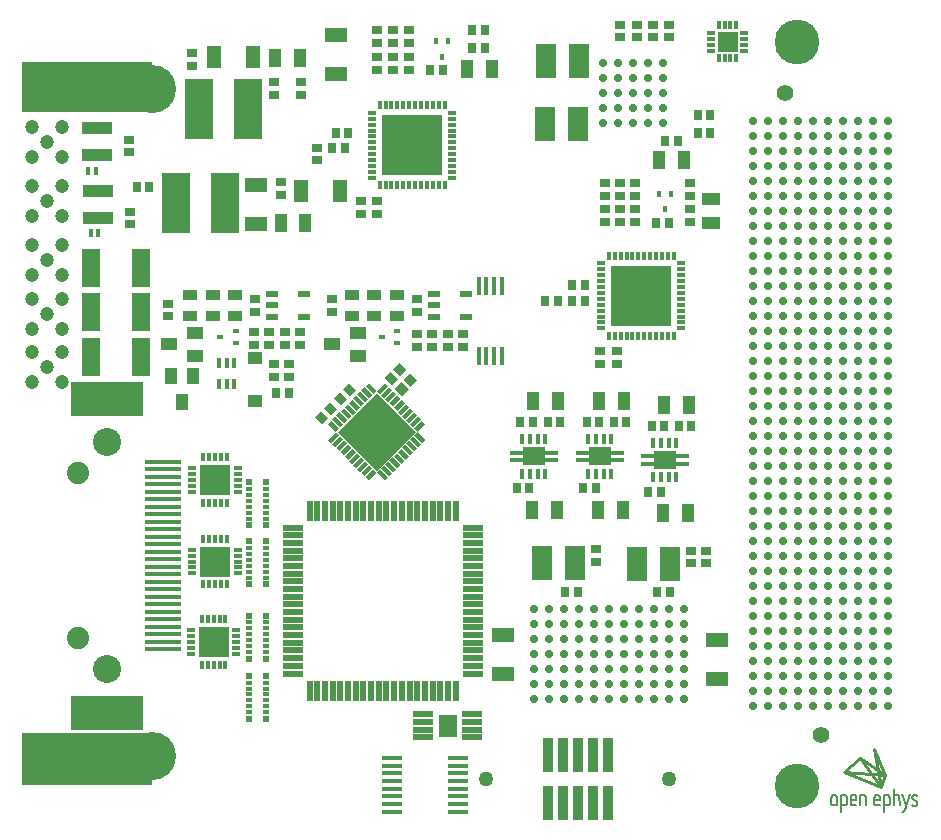
<source format=gts>
G75*
%MOIN*%
%OFA0B0*%
%FSLAX25Y25*%
%IPPOS*%
%LPD*%
%AMOC8*
5,1,8,0,0,1.08239X$1,22.5*
%
%ADD10C,0.04724*%
%ADD11R,0.06220X0.12913*%
%ADD12R,0.04515X0.03815*%
%ADD13R,0.03315X0.03015*%
%ADD14R,0.02295X0.01717*%
%ADD15R,0.04252X0.02480*%
%ADD16R,0.05115X0.03915*%
%ADD17R,0.03015X0.03315*%
%ADD18R,0.01685X0.06024*%
%ADD19R,0.05115X0.07715*%
%ADD20R,0.04115X0.06315*%
%ADD21R,0.10315X0.04315*%
%ADD22R,0.09567X0.20394*%
%ADD23R,0.01299X0.02677*%
%ADD24R,0.20394X0.20394*%
%ADD25R,0.02677X0.01299*%
%ADD26R,0.05827X0.04252*%
%ADD27R,0.04252X0.05827*%
%ADD28R,0.07715X0.05115*%
%ADD29C,0.02815*%
%ADD30R,0.06815X0.11315*%
%ADD31R,0.01717X0.02295*%
%ADD32R,0.01693X0.02677*%
%ADD33C,0.16063*%
%ADD34R,0.43307X0.17717*%
%ADD35R,0.43307X0.16732*%
%ADD36C,0.07402*%
%ADD37C,0.09370*%
%ADD38R,0.23937X0.11339*%
%ADD39R,0.12126X0.01634*%
%ADD40R,0.06855X0.02015*%
%ADD41R,0.02015X0.06855*%
%ADD42R,0.01693X0.03661*%
%ADD43C,0.02795*%
%ADD44R,0.02283X0.01299*%
%ADD45R,0.02283X0.01988*%
%ADD46R,0.07205X0.06220*%
%ADD47R,0.05059X0.01417*%
%ADD48R,0.01496X0.03680*%
%ADD49R,0.18425X0.18425*%
%ADD50C,0.14915*%
%ADD51C,0.05515*%
%ADD52R,0.01515X0.03115*%
%ADD53R,0.03115X0.01515*%
%ADD54R,0.06815X0.06815*%
%ADD55R,0.03015X0.01470*%
%ADD56R,0.01470X0.03015*%
%ADD57R,0.10157X0.10157*%
%ADD58R,0.06315X0.04115*%
%ADD59R,0.03228X0.11339*%
%ADD60C,0.05000*%
%ADD61R,0.06614X0.01496*%
%ADD62R,0.06614X0.01890*%
%ADD63R,0.06496X0.07756*%
%ADD64C,0.01083*%
%ADD65C,0.00709*%
D10*
X0049543Y0187339D03*
X0054543Y0192339D03*
X0049543Y0197339D03*
X0049543Y0205055D03*
X0054543Y0210055D03*
X0049543Y0215055D03*
X0059543Y0215055D03*
X0059543Y0222772D03*
X0054543Y0227772D03*
X0049543Y0232772D03*
X0059543Y0232772D03*
X0049543Y0222772D03*
X0049543Y0242457D03*
X0054543Y0247457D03*
X0049543Y0252457D03*
X0059543Y0252457D03*
X0059543Y0262142D03*
X0054543Y0267142D03*
X0049543Y0272142D03*
X0059543Y0272142D03*
X0049543Y0262142D03*
X0059543Y0242457D03*
X0059543Y0205055D03*
X0059543Y0197339D03*
X0059543Y0187339D03*
D11*
X0069110Y0195488D03*
X0085646Y0195488D03*
X0085646Y0210449D03*
X0085646Y0225409D03*
X0069110Y0225409D03*
X0069110Y0210449D03*
D12*
X0102181Y0209411D03*
X0102181Y0216211D03*
X0109661Y0216211D03*
X0109661Y0209411D03*
X0117142Y0209411D03*
X0117142Y0216211D03*
X0156118Y0216211D03*
X0163598Y0216211D03*
X0163598Y0209411D03*
X0156118Y0209411D03*
X0171079Y0209411D03*
X0171079Y0216211D03*
D13*
X0177772Y0214911D03*
X0177772Y0210711D03*
X0177772Y0203100D03*
X0177772Y0198900D03*
X0182890Y0198900D03*
X0188008Y0198900D03*
X0193126Y0198900D03*
X0193126Y0203100D03*
X0188008Y0203100D03*
X0182890Y0203100D03*
X0149425Y0210711D03*
X0149425Y0214911D03*
X0138795Y0203887D03*
X0138795Y0199687D03*
X0133677Y0199687D03*
X0133677Y0203887D03*
X0128559Y0203887D03*
X0128559Y0199687D03*
X0123441Y0199687D03*
X0123441Y0203887D03*
X0123835Y0210711D03*
X0123835Y0214911D03*
X0130134Y0193257D03*
X0130134Y0189057D03*
X0135252Y0189057D03*
X0135252Y0193257D03*
X0094701Y0209136D03*
X0094701Y0213336D03*
X0082102Y0239845D03*
X0082102Y0244045D03*
X0081709Y0263861D03*
X0081709Y0268061D03*
X0102969Y0292601D03*
X0102969Y0296801D03*
X0130239Y0287160D03*
X0130239Y0282960D03*
X0138987Y0282962D03*
X0138987Y0287162D03*
X0164343Y0291261D03*
X0164343Y0295461D03*
X0164343Y0300261D03*
X0169662Y0300261D03*
X0169662Y0295461D03*
X0169662Y0291261D03*
X0175087Y0291261D03*
X0175087Y0295461D03*
X0175087Y0300261D03*
X0175087Y0304461D03*
X0169662Y0304461D03*
X0164343Y0304461D03*
X0144307Y0265305D03*
X0144307Y0261105D03*
X0132496Y0253887D03*
X0132496Y0249687D03*
X0159268Y0247588D03*
X0159268Y0243388D03*
X0164386Y0243388D03*
X0164386Y0247588D03*
X0238795Y0197588D03*
X0238795Y0193388D03*
X0244307Y0193388D03*
X0244307Y0197588D03*
X0245488Y0240632D03*
X0245488Y0244832D03*
X0245488Y0249294D03*
X0240370Y0249294D03*
X0240370Y0244832D03*
X0240370Y0240632D03*
X0250606Y0240632D03*
X0250606Y0244832D03*
X0250606Y0249294D03*
X0250606Y0253494D03*
X0245488Y0253494D03*
X0240370Y0253494D03*
X0268717Y0253494D03*
X0268717Y0249294D03*
X0268717Y0244832D03*
X0268717Y0240632D03*
X0261832Y0302141D03*
X0261832Y0306341D03*
X0256419Y0306341D03*
X0256419Y0302141D03*
X0251005Y0302141D03*
X0251005Y0306341D03*
X0245592Y0306341D03*
X0245592Y0302141D03*
X0237614Y0131446D03*
X0237614Y0127246D03*
X0269110Y0126853D03*
X0269110Y0131053D03*
X0274228Y0131053D03*
X0274228Y0126853D03*
D14*
X0171278Y0200181D03*
X0171278Y0204181D03*
X0166155Y0202181D03*
X0117341Y0200181D03*
X0117341Y0204181D03*
X0112218Y0202181D03*
D15*
X0129543Y0209071D03*
X0129543Y0212811D03*
X0129543Y0216551D03*
X0140173Y0216551D03*
X0140173Y0209071D03*
X0183480Y0209071D03*
X0183480Y0212811D03*
X0183480Y0216551D03*
X0194110Y0216551D03*
X0194110Y0209071D03*
D16*
X0123835Y0195094D03*
X0123835Y0180921D03*
D17*
X0130790Y0183677D03*
X0134990Y0183677D03*
G36*
X0148209Y0175393D02*
X0146078Y0173262D01*
X0143735Y0175605D01*
X0145866Y0177736D01*
X0148209Y0175393D01*
G37*
G36*
X0151179Y0178363D02*
X0149048Y0176232D01*
X0146705Y0178575D01*
X0148836Y0180706D01*
X0151179Y0178363D01*
G37*
G36*
X0150034Y0181905D02*
X0152165Y0184036D01*
X0154508Y0181693D01*
X0152377Y0179562D01*
X0150034Y0181905D01*
G37*
G36*
X0153004Y0184874D02*
X0155135Y0187005D01*
X0157478Y0184662D01*
X0155347Y0182531D01*
X0153004Y0184874D01*
G37*
G36*
X0171437Y0188385D02*
X0169306Y0186254D01*
X0166963Y0188597D01*
X0169094Y0190728D01*
X0171437Y0188385D01*
G37*
G36*
X0174407Y0191355D02*
X0172276Y0189224D01*
X0169933Y0191567D01*
X0172064Y0193698D01*
X0174407Y0191355D01*
G37*
G36*
X0177950Y0187812D02*
X0175819Y0185681D01*
X0173476Y0188024D01*
X0175607Y0190155D01*
X0177950Y0187812D01*
G37*
G36*
X0174980Y0184842D02*
X0172849Y0182711D01*
X0170506Y0185054D01*
X0172637Y0187185D01*
X0174980Y0184842D01*
G37*
X0212286Y0173835D03*
X0216486Y0173835D03*
X0221341Y0173835D03*
X0225541Y0173835D03*
X0234333Y0173835D03*
X0238533Y0173835D03*
X0243388Y0173835D03*
X0247588Y0173835D03*
X0255987Y0172654D03*
X0260187Y0172654D03*
X0265042Y0172654D03*
X0269242Y0172654D03*
X0259006Y0150606D03*
X0254806Y0150606D03*
X0237352Y0151787D03*
X0233152Y0151787D03*
X0215305Y0151787D03*
X0211105Y0151787D03*
X0227246Y0117142D03*
X0231446Y0117142D03*
X0257955Y0117142D03*
X0262155Y0117142D03*
X0233809Y0214386D03*
X0229609Y0214386D03*
X0224754Y0214386D03*
X0220554Y0214386D03*
X0229609Y0219504D03*
X0233809Y0219504D03*
X0257561Y0240370D03*
X0261761Y0240370D03*
X0260519Y0267725D03*
X0264719Y0267725D03*
X0271341Y0270291D03*
X0275541Y0270291D03*
X0275541Y0276197D03*
X0271341Y0276197D03*
X0200344Y0298638D03*
X0196144Y0298638D03*
X0196144Y0304543D03*
X0200344Y0304543D03*
X0186466Y0291354D03*
X0182266Y0291354D03*
X0154958Y0270096D03*
X0150758Y0270096D03*
X0149577Y0265175D03*
X0153777Y0265175D03*
X0088533Y0252181D03*
X0084333Y0252181D03*
D18*
X0198350Y0219307D03*
X0200909Y0219307D03*
X0203469Y0219307D03*
X0206028Y0219307D03*
X0206028Y0196079D03*
X0203469Y0196079D03*
X0200909Y0196079D03*
X0198350Y0196079D03*
D19*
X0151988Y0251000D03*
X0138988Y0251000D03*
X0123248Y0295488D03*
X0110248Y0295488D03*
D20*
X0130470Y0295198D03*
X0138670Y0295198D03*
X0194538Y0291453D03*
X0202738Y0291453D03*
X0258519Y0261229D03*
X0266719Y0261229D03*
X0268486Y0179740D03*
X0260286Y0179740D03*
X0246832Y0180921D03*
X0238632Y0180921D03*
X0224785Y0180921D03*
X0216585Y0180921D03*
X0216191Y0144701D03*
X0224391Y0144701D03*
X0238239Y0144701D03*
X0246439Y0144701D03*
X0259892Y0143520D03*
X0268092Y0143520D03*
X0140533Y0240370D03*
X0132333Y0240370D03*
D21*
X0071472Y0241776D03*
X0071472Y0250776D03*
X0071079Y0263035D03*
X0071079Y0272035D03*
D22*
X0105035Y0278165D03*
X0121374Y0278165D03*
X0113894Y0247063D03*
X0097555Y0247063D03*
D23*
X0165363Y0252766D03*
X0167331Y0252766D03*
X0169300Y0252766D03*
X0171268Y0252766D03*
X0173237Y0252766D03*
X0175205Y0252766D03*
X0177174Y0252766D03*
X0179142Y0252766D03*
X0181111Y0252766D03*
X0183080Y0252766D03*
X0185048Y0252766D03*
X0187017Y0252766D03*
X0187017Y0279538D03*
X0185048Y0279538D03*
X0183080Y0279538D03*
X0181111Y0279538D03*
X0179142Y0279538D03*
X0177174Y0279538D03*
X0175205Y0279538D03*
X0173237Y0279538D03*
X0171268Y0279538D03*
X0169300Y0279538D03*
X0167331Y0279538D03*
X0165363Y0279538D03*
X0241748Y0229346D03*
X0243717Y0229346D03*
X0245685Y0229346D03*
X0247654Y0229346D03*
X0249622Y0229346D03*
X0251591Y0229346D03*
X0253559Y0229346D03*
X0255528Y0229346D03*
X0257496Y0229346D03*
X0259465Y0229346D03*
X0261433Y0229346D03*
X0263402Y0229346D03*
X0263402Y0202575D03*
X0261433Y0202575D03*
X0259465Y0202575D03*
X0257496Y0202575D03*
X0255528Y0202575D03*
X0253559Y0202575D03*
X0251591Y0202575D03*
X0249622Y0202575D03*
X0247654Y0202575D03*
X0245685Y0202575D03*
X0243717Y0202575D03*
X0241748Y0202575D03*
D24*
X0252575Y0215961D03*
X0176190Y0266152D03*
D25*
X0189576Y0265168D03*
X0189576Y0263200D03*
X0189576Y0261231D03*
X0189576Y0259263D03*
X0189576Y0257294D03*
X0189576Y0255326D03*
X0189576Y0267137D03*
X0189576Y0269105D03*
X0189576Y0271074D03*
X0189576Y0273042D03*
X0189576Y0275011D03*
X0189576Y0276979D03*
X0162804Y0276979D03*
X0162804Y0275011D03*
X0162804Y0273042D03*
X0162804Y0271074D03*
X0162804Y0269105D03*
X0162804Y0267137D03*
X0162804Y0265168D03*
X0162804Y0263200D03*
X0162804Y0261231D03*
X0162804Y0259263D03*
X0162804Y0257294D03*
X0162804Y0255326D03*
X0239189Y0226787D03*
X0239189Y0224819D03*
X0239189Y0222850D03*
X0239189Y0220882D03*
X0239189Y0218913D03*
X0239189Y0216945D03*
X0239189Y0214976D03*
X0239189Y0213008D03*
X0239189Y0211039D03*
X0239189Y0209071D03*
X0239189Y0207102D03*
X0239189Y0205134D03*
X0265961Y0205134D03*
X0265961Y0207102D03*
X0265961Y0209071D03*
X0265961Y0211039D03*
X0265961Y0213008D03*
X0265961Y0214976D03*
X0265961Y0216945D03*
X0265961Y0218913D03*
X0265961Y0220882D03*
X0265961Y0222850D03*
X0265961Y0224819D03*
X0265961Y0226787D03*
D26*
X0158087Y0203559D03*
X0158087Y0196079D03*
X0149425Y0199819D03*
X0103756Y0203559D03*
X0103756Y0196079D03*
X0095094Y0199819D03*
D27*
X0095685Y0189091D03*
X0103165Y0189091D03*
X0099425Y0180429D03*
D28*
X0124228Y0239776D03*
X0124228Y0252776D03*
X0150896Y0289980D03*
X0150896Y0302980D03*
X0206512Y0102776D03*
X0206512Y0089776D03*
X0277772Y0088201D03*
X0277772Y0101201D03*
D29*
X0289917Y0099091D03*
X0289917Y0104091D03*
X0294917Y0104091D03*
X0294917Y0099091D03*
X0299917Y0099091D03*
X0299917Y0104091D03*
X0304917Y0104091D03*
X0309917Y0104091D03*
X0314917Y0104091D03*
X0319917Y0104091D03*
X0324917Y0104091D03*
X0329917Y0104091D03*
X0334917Y0104091D03*
X0334917Y0099091D03*
X0329917Y0099091D03*
X0324917Y0099091D03*
X0319917Y0099091D03*
X0314917Y0099091D03*
X0309917Y0099091D03*
X0304917Y0099091D03*
X0304917Y0094091D03*
X0299917Y0094091D03*
X0299917Y0089091D03*
X0304917Y0089091D03*
X0309917Y0089091D03*
X0309917Y0094091D03*
X0314917Y0094091D03*
X0319917Y0094091D03*
X0324917Y0094091D03*
X0329917Y0094091D03*
X0334917Y0094091D03*
X0334917Y0089091D03*
X0329917Y0089091D03*
X0324917Y0089091D03*
X0319917Y0089091D03*
X0314917Y0089091D03*
X0314917Y0084091D03*
X0309917Y0084091D03*
X0304917Y0084091D03*
X0299917Y0084091D03*
X0299917Y0079091D03*
X0304917Y0079091D03*
X0309917Y0079091D03*
X0314917Y0079091D03*
X0319917Y0079091D03*
X0319917Y0084091D03*
X0324917Y0084091D03*
X0329917Y0084091D03*
X0334917Y0084091D03*
X0334917Y0079091D03*
X0329917Y0079091D03*
X0324917Y0079091D03*
X0294917Y0079091D03*
X0294917Y0084091D03*
X0289917Y0084091D03*
X0289917Y0079091D03*
X0289917Y0089091D03*
X0289917Y0094091D03*
X0294917Y0094091D03*
X0294917Y0089091D03*
X0294917Y0109091D03*
X0294917Y0114091D03*
X0289917Y0114091D03*
X0289917Y0109091D03*
X0289917Y0119091D03*
X0289917Y0124091D03*
X0294917Y0124091D03*
X0294917Y0119091D03*
X0299917Y0119091D03*
X0299917Y0124091D03*
X0304917Y0124091D03*
X0309917Y0124091D03*
X0314917Y0124091D03*
X0319917Y0124091D03*
X0324917Y0124091D03*
X0329917Y0124091D03*
X0334917Y0124091D03*
X0334917Y0119091D03*
X0329917Y0119091D03*
X0324917Y0119091D03*
X0319917Y0119091D03*
X0314917Y0119091D03*
X0309917Y0119091D03*
X0304917Y0119091D03*
X0304917Y0114091D03*
X0299917Y0114091D03*
X0299917Y0109091D03*
X0304917Y0109091D03*
X0309917Y0109091D03*
X0309917Y0114091D03*
X0314917Y0114091D03*
X0319917Y0114091D03*
X0324917Y0114091D03*
X0329917Y0114091D03*
X0334917Y0114091D03*
X0334917Y0109091D03*
X0329917Y0109091D03*
X0324917Y0109091D03*
X0319917Y0109091D03*
X0314917Y0109091D03*
X0314917Y0129091D03*
X0314917Y0134091D03*
X0309917Y0134091D03*
X0304917Y0134091D03*
X0299917Y0134091D03*
X0299917Y0129091D03*
X0304917Y0129091D03*
X0309917Y0129091D03*
X0319917Y0129091D03*
X0319917Y0134091D03*
X0324917Y0134091D03*
X0329917Y0134091D03*
X0334917Y0134091D03*
X0334917Y0129091D03*
X0329917Y0129091D03*
X0324917Y0129091D03*
X0324917Y0139091D03*
X0324917Y0144091D03*
X0319917Y0144091D03*
X0314917Y0144091D03*
X0309917Y0144091D03*
X0304917Y0144091D03*
X0299917Y0144091D03*
X0299917Y0139091D03*
X0304917Y0139091D03*
X0309917Y0139091D03*
X0314917Y0139091D03*
X0319917Y0139091D03*
X0329917Y0139091D03*
X0329917Y0144091D03*
X0334917Y0144091D03*
X0334917Y0139091D03*
X0334917Y0149091D03*
X0334917Y0154091D03*
X0329917Y0154091D03*
X0324917Y0154091D03*
X0319917Y0154091D03*
X0314917Y0154091D03*
X0309917Y0154091D03*
X0304917Y0154091D03*
X0299917Y0154091D03*
X0299917Y0149091D03*
X0304917Y0149091D03*
X0309917Y0149091D03*
X0314917Y0149091D03*
X0319917Y0149091D03*
X0324917Y0149091D03*
X0329917Y0149091D03*
X0329917Y0159091D03*
X0329917Y0164091D03*
X0324917Y0164091D03*
X0319917Y0164091D03*
X0314917Y0164091D03*
X0309917Y0164091D03*
X0304917Y0164091D03*
X0299917Y0164091D03*
X0299917Y0159091D03*
X0304917Y0159091D03*
X0309917Y0159091D03*
X0314917Y0159091D03*
X0319917Y0159091D03*
X0324917Y0159091D03*
X0334917Y0159091D03*
X0334917Y0164091D03*
X0334917Y0169091D03*
X0334917Y0174091D03*
X0329917Y0174091D03*
X0324917Y0174091D03*
X0319917Y0174091D03*
X0314917Y0174091D03*
X0309917Y0174091D03*
X0304917Y0174091D03*
X0299917Y0174091D03*
X0299917Y0169091D03*
X0304917Y0169091D03*
X0309917Y0169091D03*
X0314917Y0169091D03*
X0319917Y0169091D03*
X0324917Y0169091D03*
X0329917Y0169091D03*
X0329917Y0179091D03*
X0329917Y0184091D03*
X0324917Y0184091D03*
X0319917Y0184091D03*
X0314917Y0184091D03*
X0309917Y0184091D03*
X0304917Y0184091D03*
X0299917Y0184091D03*
X0299917Y0179091D03*
X0304917Y0179091D03*
X0309917Y0179091D03*
X0314917Y0179091D03*
X0319917Y0179091D03*
X0324917Y0179091D03*
X0334917Y0179091D03*
X0334917Y0184091D03*
X0334917Y0189091D03*
X0334917Y0194091D03*
X0329917Y0194091D03*
X0324917Y0194091D03*
X0319917Y0194091D03*
X0314917Y0194091D03*
X0309917Y0194091D03*
X0304917Y0194091D03*
X0299917Y0194091D03*
X0299917Y0189091D03*
X0304917Y0189091D03*
X0309917Y0189091D03*
X0314917Y0189091D03*
X0319917Y0189091D03*
X0324917Y0189091D03*
X0329917Y0189091D03*
X0329917Y0199091D03*
X0329917Y0204091D03*
X0329917Y0209091D03*
X0324917Y0209091D03*
X0319917Y0209091D03*
X0314917Y0209091D03*
X0309917Y0209091D03*
X0304917Y0209091D03*
X0299917Y0209091D03*
X0299917Y0204091D03*
X0304917Y0204091D03*
X0309917Y0204091D03*
X0314917Y0204091D03*
X0319917Y0204091D03*
X0324917Y0204091D03*
X0324917Y0199091D03*
X0319917Y0199091D03*
X0314917Y0199091D03*
X0309917Y0199091D03*
X0304917Y0199091D03*
X0299917Y0199091D03*
X0294917Y0199091D03*
X0294917Y0204091D03*
X0294917Y0209091D03*
X0289917Y0209091D03*
X0289917Y0204091D03*
X0289917Y0199091D03*
X0289917Y0194091D03*
X0294917Y0194091D03*
X0294917Y0189091D03*
X0289917Y0189091D03*
X0289917Y0184091D03*
X0294917Y0184091D03*
X0294917Y0179091D03*
X0289917Y0179091D03*
X0289917Y0174091D03*
X0294917Y0174091D03*
X0294917Y0169091D03*
X0289917Y0169091D03*
X0289917Y0164091D03*
X0294917Y0164091D03*
X0294917Y0159091D03*
X0289917Y0159091D03*
X0289917Y0154091D03*
X0294917Y0154091D03*
X0294917Y0149091D03*
X0289917Y0149091D03*
X0289917Y0144091D03*
X0294917Y0144091D03*
X0294917Y0139091D03*
X0289917Y0139091D03*
X0289917Y0134091D03*
X0294917Y0134091D03*
X0294917Y0129091D03*
X0289917Y0129091D03*
X0334917Y0199091D03*
X0334917Y0204091D03*
X0334917Y0209091D03*
X0334917Y0214091D03*
X0334917Y0219091D03*
X0329917Y0219091D03*
X0324917Y0219091D03*
X0319917Y0219091D03*
X0314917Y0219091D03*
X0309917Y0219091D03*
X0304917Y0219091D03*
X0299917Y0219091D03*
X0299917Y0214091D03*
X0304917Y0214091D03*
X0309917Y0214091D03*
X0314917Y0214091D03*
X0319917Y0214091D03*
X0324917Y0214091D03*
X0329917Y0214091D03*
X0329917Y0224091D03*
X0329917Y0229091D03*
X0324917Y0229091D03*
X0319917Y0229091D03*
X0314917Y0229091D03*
X0309917Y0229091D03*
X0304917Y0229091D03*
X0299917Y0229091D03*
X0299917Y0224091D03*
X0304917Y0224091D03*
X0309917Y0224091D03*
X0314917Y0224091D03*
X0319917Y0224091D03*
X0324917Y0224091D03*
X0334917Y0224091D03*
X0334917Y0229091D03*
X0334917Y0234091D03*
X0334917Y0239091D03*
X0329917Y0239091D03*
X0324917Y0239091D03*
X0319917Y0239091D03*
X0314917Y0239091D03*
X0309917Y0239091D03*
X0304917Y0239091D03*
X0299917Y0239091D03*
X0299917Y0234091D03*
X0304917Y0234091D03*
X0309917Y0234091D03*
X0314917Y0234091D03*
X0319917Y0234091D03*
X0324917Y0234091D03*
X0329917Y0234091D03*
X0329917Y0244091D03*
X0329917Y0249091D03*
X0324917Y0249091D03*
X0319917Y0249091D03*
X0314917Y0249091D03*
X0309917Y0249091D03*
X0304917Y0249091D03*
X0299917Y0249091D03*
X0299917Y0244091D03*
X0304917Y0244091D03*
X0309917Y0244091D03*
X0314917Y0244091D03*
X0319917Y0244091D03*
X0324917Y0244091D03*
X0334917Y0244091D03*
X0334917Y0249091D03*
X0334917Y0254091D03*
X0334917Y0259091D03*
X0329917Y0259091D03*
X0324917Y0259091D03*
X0319917Y0259091D03*
X0314917Y0259091D03*
X0309917Y0259091D03*
X0304917Y0259091D03*
X0299917Y0259091D03*
X0299917Y0254091D03*
X0304917Y0254091D03*
X0309917Y0254091D03*
X0314917Y0254091D03*
X0319917Y0254091D03*
X0324917Y0254091D03*
X0329917Y0254091D03*
X0329917Y0264091D03*
X0329917Y0269091D03*
X0324917Y0269091D03*
X0319917Y0269091D03*
X0314917Y0269091D03*
X0309917Y0269091D03*
X0304917Y0269091D03*
X0299917Y0269091D03*
X0299917Y0264091D03*
X0304917Y0264091D03*
X0309917Y0264091D03*
X0314917Y0264091D03*
X0319917Y0264091D03*
X0324917Y0264091D03*
X0334917Y0264091D03*
X0334917Y0269091D03*
X0334917Y0274091D03*
X0329917Y0274091D03*
X0324917Y0274091D03*
X0319917Y0274091D03*
X0314917Y0274091D03*
X0309917Y0274091D03*
X0304917Y0274091D03*
X0299917Y0274091D03*
X0294917Y0274091D03*
X0289917Y0274091D03*
X0289917Y0269091D03*
X0294917Y0269091D03*
X0294917Y0264091D03*
X0289917Y0264091D03*
X0289917Y0259091D03*
X0294917Y0259091D03*
X0294917Y0254091D03*
X0289917Y0254091D03*
X0289917Y0249091D03*
X0294917Y0249091D03*
X0294917Y0244091D03*
X0289917Y0244091D03*
X0289917Y0239091D03*
X0294917Y0239091D03*
X0294917Y0234091D03*
X0289917Y0234091D03*
X0289917Y0229091D03*
X0294917Y0229091D03*
X0294917Y0224091D03*
X0289917Y0224091D03*
X0289917Y0219091D03*
X0294917Y0219091D03*
X0294917Y0214091D03*
X0289917Y0214091D03*
X0259824Y0273572D03*
X0259824Y0278572D03*
X0254824Y0278572D03*
X0249824Y0278572D03*
X0244824Y0278572D03*
X0239824Y0278572D03*
X0239824Y0273572D03*
X0244824Y0273572D03*
X0249824Y0273572D03*
X0254824Y0273572D03*
X0254824Y0283572D03*
X0254824Y0288572D03*
X0249824Y0288572D03*
X0244824Y0288572D03*
X0239824Y0288572D03*
X0239824Y0283572D03*
X0244824Y0283572D03*
X0249824Y0283572D03*
X0259824Y0283572D03*
X0259824Y0288572D03*
X0259824Y0293572D03*
X0254824Y0293572D03*
X0249824Y0293572D03*
X0244824Y0293572D03*
X0239824Y0293572D03*
D30*
X0231697Y0294307D03*
X0220697Y0294307D03*
X0220505Y0273139D03*
X0231505Y0273139D03*
X0230516Y0126984D03*
X0219516Y0126984D03*
X0251012Y0126591D03*
X0262012Y0126591D03*
D31*
X0260449Y0244896D03*
X0262449Y0250018D03*
X0258449Y0250018D03*
X0188039Y0300805D03*
X0184039Y0300805D03*
X0186039Y0295683D03*
D32*
X0070783Y0257693D03*
X0068224Y0257693D03*
X0069012Y0236827D03*
X0071571Y0236827D03*
D33*
X0089583Y0285055D03*
X0089583Y0062417D03*
D34*
X0067929Y0061433D03*
D35*
X0067929Y0285547D03*
D36*
X0064780Y0156906D03*
X0064780Y0101787D03*
D37*
X0074622Y0091551D03*
X0074622Y0167142D03*
D38*
X0074622Y0181709D03*
X0074622Y0076984D03*
D39*
X0093126Y0098096D03*
X0093126Y0100596D03*
X0093126Y0103096D03*
X0093126Y0105596D03*
X0093126Y0108096D03*
X0093126Y0110596D03*
X0093126Y0113096D03*
X0093126Y0115596D03*
X0093126Y0118096D03*
X0093126Y0120596D03*
X0093126Y0123096D03*
X0093126Y0125596D03*
X0093126Y0128096D03*
X0093126Y0130596D03*
X0093126Y0133096D03*
X0093126Y0135596D03*
X0093126Y0138096D03*
X0093126Y0140596D03*
X0093126Y0143096D03*
X0093126Y0145596D03*
X0093126Y0148096D03*
X0093126Y0150596D03*
X0093126Y0153096D03*
X0093126Y0155596D03*
X0093126Y0158096D03*
X0093126Y0160596D03*
D40*
X0136335Y0138697D03*
X0136335Y0136138D03*
X0136335Y0133579D03*
X0136335Y0131020D03*
X0136335Y0128461D03*
X0136335Y0125902D03*
X0136335Y0123343D03*
X0136335Y0120783D03*
X0136335Y0118224D03*
X0136335Y0115665D03*
X0136335Y0113106D03*
X0136335Y0110547D03*
X0136335Y0107988D03*
X0136335Y0105429D03*
X0136335Y0102870D03*
X0136335Y0100311D03*
X0136335Y0097752D03*
X0136335Y0095193D03*
X0136335Y0092634D03*
X0136335Y0090075D03*
X0196374Y0090075D03*
X0196374Y0092634D03*
X0196374Y0095193D03*
X0196374Y0097752D03*
X0196374Y0100311D03*
X0196374Y0102870D03*
X0196374Y0105429D03*
X0196374Y0107988D03*
X0196374Y0110547D03*
X0196374Y0113106D03*
X0196374Y0115665D03*
X0196374Y0118224D03*
X0196374Y0120783D03*
X0196374Y0123343D03*
X0196374Y0125902D03*
X0196374Y0128461D03*
X0196374Y0131020D03*
X0196374Y0133579D03*
X0196374Y0136138D03*
X0196374Y0138697D03*
D41*
X0190665Y0144406D03*
X0188106Y0144406D03*
X0185547Y0144406D03*
X0182988Y0144406D03*
X0180429Y0144406D03*
X0177870Y0144406D03*
X0175311Y0144406D03*
X0172752Y0144406D03*
X0170193Y0144406D03*
X0167634Y0144406D03*
X0165075Y0144406D03*
X0162516Y0144406D03*
X0159957Y0144406D03*
X0157398Y0144406D03*
X0154839Y0144406D03*
X0152280Y0144406D03*
X0149720Y0144406D03*
X0147161Y0144406D03*
X0144602Y0144406D03*
X0142043Y0144406D03*
X0142043Y0084366D03*
X0144602Y0084366D03*
X0147161Y0084366D03*
X0149720Y0084366D03*
X0152280Y0084366D03*
X0154839Y0084366D03*
X0157398Y0084366D03*
X0159957Y0084366D03*
X0162516Y0084366D03*
X0165075Y0084366D03*
X0167634Y0084366D03*
X0170193Y0084366D03*
X0172752Y0084366D03*
X0175311Y0084366D03*
X0177870Y0084366D03*
X0180429Y0084366D03*
X0182988Y0084366D03*
X0185547Y0084366D03*
X0188106Y0084366D03*
X0190665Y0084366D03*
D42*
X0212909Y0156610D03*
X0215469Y0156610D03*
X0218028Y0156610D03*
X0220587Y0156610D03*
X0220587Y0168224D03*
X0218028Y0168224D03*
X0215469Y0168224D03*
X0212909Y0168224D03*
X0234957Y0168224D03*
X0237516Y0168224D03*
X0240075Y0168224D03*
X0242634Y0168224D03*
X0242634Y0156610D03*
X0240075Y0156610D03*
X0237516Y0156610D03*
X0234957Y0156610D03*
X0256610Y0155429D03*
X0259169Y0155429D03*
X0261728Y0155429D03*
X0264287Y0155429D03*
X0264287Y0167043D03*
X0261728Y0167043D03*
X0259169Y0167043D03*
X0256610Y0167043D03*
X0116945Y0186433D03*
X0114386Y0186433D03*
X0111827Y0186433D03*
X0111827Y0193520D03*
X0114386Y0193520D03*
X0116945Y0193520D03*
D43*
X0216945Y0111669D03*
X0221945Y0111669D03*
X0226945Y0111669D03*
X0231945Y0111669D03*
X0236945Y0111669D03*
X0241945Y0111669D03*
X0246945Y0111669D03*
X0251945Y0111669D03*
X0256945Y0111669D03*
X0261945Y0111669D03*
X0266945Y0111669D03*
X0266945Y0106669D03*
X0266945Y0101669D03*
X0261945Y0101669D03*
X0256945Y0101669D03*
X0251945Y0101669D03*
X0246945Y0101669D03*
X0241945Y0101669D03*
X0236945Y0101669D03*
X0231945Y0101669D03*
X0226945Y0101669D03*
X0221945Y0101669D03*
X0216945Y0101669D03*
X0216945Y0106669D03*
X0221945Y0106669D03*
X0226945Y0106669D03*
X0231945Y0106669D03*
X0236945Y0106669D03*
X0241945Y0106669D03*
X0246945Y0106669D03*
X0251945Y0106669D03*
X0256945Y0106669D03*
X0261945Y0106669D03*
X0261945Y0096669D03*
X0261945Y0091669D03*
X0266945Y0091669D03*
X0266945Y0096669D03*
X0256945Y0096669D03*
X0256945Y0091669D03*
X0251945Y0091669D03*
X0246945Y0091669D03*
X0241945Y0091669D03*
X0236945Y0091669D03*
X0231945Y0091669D03*
X0226945Y0091669D03*
X0221945Y0091669D03*
X0216945Y0091669D03*
X0216945Y0096669D03*
X0221945Y0096669D03*
X0226945Y0096669D03*
X0231945Y0096669D03*
X0236945Y0096669D03*
X0241945Y0096669D03*
X0246945Y0096669D03*
X0251945Y0096669D03*
X0251945Y0086669D03*
X0251945Y0081669D03*
X0256945Y0081669D03*
X0261945Y0081669D03*
X0266945Y0081669D03*
X0266945Y0086669D03*
X0261945Y0086669D03*
X0256945Y0086669D03*
X0246945Y0086669D03*
X0246945Y0081669D03*
X0241945Y0081669D03*
X0236945Y0081669D03*
X0231945Y0081669D03*
X0226945Y0081669D03*
X0221945Y0081669D03*
X0216945Y0081669D03*
X0216945Y0086669D03*
X0221945Y0086669D03*
X0226945Y0086669D03*
X0231945Y0086669D03*
X0236945Y0086669D03*
X0241945Y0086669D03*
D44*
X0127575Y0087024D03*
X0127575Y0085055D03*
X0127575Y0083087D03*
X0127575Y0081118D03*
X0127575Y0079150D03*
X0127575Y0077181D03*
X0121669Y0077181D03*
X0121669Y0079150D03*
X0121669Y0081118D03*
X0121669Y0083087D03*
X0121669Y0085055D03*
X0121669Y0087024D03*
X0121669Y0097260D03*
X0121669Y0099228D03*
X0121669Y0101197D03*
X0121669Y0103165D03*
X0121669Y0105134D03*
X0121669Y0107102D03*
X0127575Y0107102D03*
X0127575Y0105134D03*
X0127575Y0103165D03*
X0127575Y0101197D03*
X0127575Y0099228D03*
X0127575Y0097260D03*
X0127575Y0122063D03*
X0127575Y0124031D03*
X0127575Y0126000D03*
X0127575Y0127969D03*
X0127575Y0129937D03*
X0127575Y0131906D03*
X0121669Y0131906D03*
X0121669Y0129937D03*
X0121669Y0127969D03*
X0121669Y0126000D03*
X0121669Y0124031D03*
X0121669Y0122063D03*
X0121669Y0141748D03*
X0121669Y0143717D03*
X0121669Y0145685D03*
X0121669Y0147654D03*
X0121669Y0149622D03*
X0121669Y0151591D03*
X0127575Y0151591D03*
X0127575Y0149622D03*
X0127575Y0147654D03*
X0127575Y0145685D03*
X0127575Y0143717D03*
X0127575Y0141748D03*
D45*
X0127575Y0139435D03*
X0127575Y0134219D03*
X0121669Y0134219D03*
X0121669Y0139435D03*
X0121669Y0153904D03*
X0127575Y0153904D03*
X0127575Y0119750D03*
X0121669Y0119750D03*
X0121669Y0109415D03*
X0127575Y0109415D03*
X0127575Y0094947D03*
X0127575Y0089337D03*
X0121669Y0089337D03*
X0121669Y0094947D03*
X0121669Y0074868D03*
X0127575Y0074868D03*
D46*
X0216748Y0162417D03*
X0238795Y0162417D03*
X0260449Y0161236D03*
D47*
X0266157Y0159957D03*
X0266157Y0162516D03*
X0254740Y0162516D03*
X0254740Y0159957D03*
X0244504Y0161138D03*
X0244504Y0163697D03*
X0233087Y0163697D03*
X0233087Y0161138D03*
X0222457Y0161138D03*
X0222457Y0163697D03*
X0211039Y0163697D03*
X0211039Y0161138D03*
D48*
G36*
X0180628Y0168027D02*
X0179571Y0166970D01*
X0176970Y0169571D01*
X0178027Y0170628D01*
X0180628Y0168027D01*
G37*
G36*
X0179236Y0166635D02*
X0178179Y0165578D01*
X0175578Y0168179D01*
X0176635Y0169236D01*
X0179236Y0166635D01*
G37*
G36*
X0177844Y0165243D02*
X0176787Y0164186D01*
X0174186Y0166787D01*
X0175243Y0167844D01*
X0177844Y0165243D01*
G37*
G36*
X0176452Y0163851D02*
X0175395Y0162794D01*
X0172794Y0165395D01*
X0173851Y0166452D01*
X0176452Y0163851D01*
G37*
G36*
X0175060Y0162459D02*
X0174003Y0161402D01*
X0171402Y0164003D01*
X0172459Y0165060D01*
X0175060Y0162459D01*
G37*
G36*
X0173668Y0161068D02*
X0172611Y0160011D01*
X0170010Y0162612D01*
X0171067Y0163669D01*
X0173668Y0161068D01*
G37*
G36*
X0172276Y0159676D02*
X0171219Y0158619D01*
X0168618Y0161220D01*
X0169675Y0162277D01*
X0172276Y0159676D01*
G37*
G36*
X0170885Y0158284D02*
X0169828Y0157227D01*
X0167227Y0159828D01*
X0168284Y0160885D01*
X0170885Y0158284D01*
G37*
G36*
X0169493Y0156892D02*
X0168436Y0155835D01*
X0165835Y0158436D01*
X0166892Y0159493D01*
X0169493Y0156892D01*
G37*
G36*
X0168101Y0155500D02*
X0167044Y0154443D01*
X0164443Y0157044D01*
X0165500Y0158101D01*
X0168101Y0155500D01*
G37*
G36*
X0161728Y0154443D02*
X0160671Y0155500D01*
X0163272Y0158101D01*
X0164329Y0157044D01*
X0161728Y0154443D01*
G37*
G36*
X0160336Y0155835D02*
X0159279Y0156892D01*
X0161880Y0159493D01*
X0162937Y0158436D01*
X0160336Y0155835D01*
G37*
G36*
X0158944Y0157227D02*
X0157887Y0158284D01*
X0160488Y0160885D01*
X0161545Y0159828D01*
X0158944Y0157227D01*
G37*
G36*
X0157552Y0158619D02*
X0156495Y0159676D01*
X0159096Y0162277D01*
X0160153Y0161220D01*
X0157552Y0158619D01*
G37*
G36*
X0156160Y0160011D02*
X0155103Y0161068D01*
X0157704Y0163669D01*
X0158761Y0162612D01*
X0156160Y0160011D01*
G37*
G36*
X0154768Y0161402D02*
X0153711Y0162459D01*
X0156312Y0165060D01*
X0157369Y0164003D01*
X0154768Y0161402D01*
G37*
G36*
X0153376Y0162794D02*
X0152319Y0163851D01*
X0154920Y0166452D01*
X0155977Y0165395D01*
X0153376Y0162794D01*
G37*
G36*
X0151984Y0164186D02*
X0150927Y0165243D01*
X0153528Y0167844D01*
X0154585Y0166787D01*
X0151984Y0164186D01*
G37*
G36*
X0150592Y0165578D02*
X0149535Y0166635D01*
X0152136Y0169236D01*
X0153193Y0168179D01*
X0150592Y0165578D01*
G37*
G36*
X0149201Y0166970D02*
X0148144Y0168027D01*
X0150745Y0170628D01*
X0151802Y0169571D01*
X0149201Y0166970D01*
G37*
G36*
X0151802Y0171799D02*
X0150745Y0170742D01*
X0148144Y0173343D01*
X0149201Y0174400D01*
X0151802Y0171799D01*
G37*
G36*
X0153193Y0173191D02*
X0152136Y0172134D01*
X0149535Y0174735D01*
X0150592Y0175792D01*
X0153193Y0173191D01*
G37*
G36*
X0154585Y0174583D02*
X0153528Y0173526D01*
X0150927Y0176127D01*
X0151984Y0177184D01*
X0154585Y0174583D01*
G37*
G36*
X0155977Y0175975D02*
X0154920Y0174918D01*
X0152319Y0177519D01*
X0153376Y0178576D01*
X0155977Y0175975D01*
G37*
G36*
X0157369Y0177367D02*
X0156312Y0176310D01*
X0153711Y0178911D01*
X0154768Y0179968D01*
X0157369Y0177367D01*
G37*
G36*
X0158761Y0178759D02*
X0157704Y0177702D01*
X0155103Y0180303D01*
X0156160Y0181360D01*
X0158761Y0178759D01*
G37*
G36*
X0160153Y0180150D02*
X0159096Y0179093D01*
X0156495Y0181694D01*
X0157552Y0182751D01*
X0160153Y0180150D01*
G37*
G36*
X0161545Y0181542D02*
X0160488Y0180485D01*
X0157887Y0183086D01*
X0158944Y0184143D01*
X0161545Y0181542D01*
G37*
G36*
X0162937Y0182934D02*
X0161880Y0181877D01*
X0159279Y0184478D01*
X0160336Y0185535D01*
X0162937Y0182934D01*
G37*
G36*
X0164329Y0184326D02*
X0163272Y0183269D01*
X0160671Y0185870D01*
X0161728Y0186927D01*
X0164329Y0184326D01*
G37*
G36*
X0165500Y0183269D02*
X0164443Y0184326D01*
X0167044Y0186927D01*
X0168101Y0185870D01*
X0165500Y0183269D01*
G37*
G36*
X0166892Y0181877D02*
X0165835Y0182934D01*
X0168436Y0185535D01*
X0169493Y0184478D01*
X0166892Y0181877D01*
G37*
G36*
X0168284Y0180485D02*
X0167227Y0181542D01*
X0169828Y0184143D01*
X0170885Y0183086D01*
X0168284Y0180485D01*
G37*
G36*
X0169675Y0179093D02*
X0168618Y0180150D01*
X0171219Y0182751D01*
X0172276Y0181694D01*
X0169675Y0179093D01*
G37*
G36*
X0171067Y0177702D02*
X0170010Y0178759D01*
X0172611Y0181360D01*
X0173668Y0180303D01*
X0171067Y0177702D01*
G37*
G36*
X0172459Y0176310D02*
X0171402Y0177367D01*
X0174003Y0179968D01*
X0175060Y0178911D01*
X0172459Y0176310D01*
G37*
G36*
X0173851Y0174918D02*
X0172794Y0175975D01*
X0175395Y0178576D01*
X0176452Y0177519D01*
X0173851Y0174918D01*
G37*
G36*
X0175243Y0173526D02*
X0174186Y0174583D01*
X0176787Y0177184D01*
X0177844Y0176127D01*
X0175243Y0173526D01*
G37*
G36*
X0176635Y0172134D02*
X0175578Y0173191D01*
X0178179Y0175792D01*
X0179236Y0174735D01*
X0176635Y0172134D01*
G37*
G36*
X0178027Y0170742D02*
X0176970Y0171799D01*
X0179571Y0174400D01*
X0180628Y0173343D01*
X0178027Y0170742D01*
G37*
D49*
G36*
X0164386Y0183712D02*
X0177413Y0170685D01*
X0164386Y0157658D01*
X0151359Y0170685D01*
X0164386Y0183712D01*
G37*
D50*
X0304417Y0300591D03*
X0304417Y0052591D03*
D51*
X0312417Y0069641D03*
X0300409Y0283641D03*
D52*
X0284268Y0295106D03*
X0282299Y0295106D03*
X0280331Y0295106D03*
X0278362Y0295106D03*
X0278362Y0306106D03*
X0280331Y0306106D03*
X0282299Y0306106D03*
X0284268Y0306106D03*
D53*
X0286815Y0303559D03*
X0286815Y0301591D03*
X0286815Y0299622D03*
X0286815Y0297654D03*
X0275815Y0297654D03*
X0275815Y0299622D03*
X0275815Y0301591D03*
X0275815Y0303559D03*
D54*
X0281315Y0300606D03*
D55*
X0118029Y0158426D03*
X0118029Y0156485D03*
X0118029Y0154543D03*
X0118029Y0152602D03*
X0118029Y0150661D03*
X0102869Y0150660D03*
X0102869Y0152602D03*
X0102869Y0154543D03*
X0102869Y0156485D03*
X0102869Y0158426D03*
X0102869Y0131261D03*
X0102869Y0129319D03*
X0102869Y0127378D03*
X0102869Y0125437D03*
X0102869Y0123495D03*
X0118029Y0123495D03*
X0118029Y0125437D03*
X0118029Y0127378D03*
X0118029Y0129319D03*
X0118029Y0131261D03*
X0117635Y0104489D03*
X0117635Y0102548D03*
X0117635Y0100606D03*
X0117635Y0098665D03*
X0117635Y0096724D03*
X0102475Y0096723D03*
X0102475Y0098665D03*
X0102475Y0100606D03*
X0102475Y0102548D03*
X0102475Y0104489D03*
D56*
X0106172Y0108187D03*
X0108113Y0108187D03*
X0110055Y0108187D03*
X0111996Y0108187D03*
X0113938Y0108187D03*
X0114332Y0119798D03*
X0112390Y0119798D03*
X0110449Y0119798D03*
X0108507Y0119798D03*
X0106566Y0119798D03*
X0106566Y0134958D03*
X0108507Y0134958D03*
X0110449Y0134958D03*
X0112390Y0134958D03*
X0114332Y0134958D03*
X0114332Y0146963D03*
X0112390Y0146963D03*
X0110449Y0146963D03*
X0108507Y0146963D03*
X0106566Y0146963D03*
X0106566Y0162124D03*
X0108507Y0162124D03*
X0110449Y0162124D03*
X0112390Y0162124D03*
X0114332Y0162124D03*
X0113938Y0093026D03*
X0111996Y0093026D03*
X0110055Y0093026D03*
X0108114Y0093026D03*
X0106172Y0093026D03*
D57*
X0110055Y0100606D03*
X0110449Y0127378D03*
X0110449Y0154543D03*
D58*
X0275803Y0240207D03*
X0275803Y0248407D03*
D59*
X0241315Y0062949D03*
X0236315Y0062949D03*
X0231315Y0062949D03*
X0226315Y0062949D03*
X0221315Y0062949D03*
X0221315Y0046925D03*
X0226315Y0046925D03*
X0231315Y0046925D03*
X0236315Y0046925D03*
X0241315Y0046925D03*
D60*
X0261906Y0054937D03*
X0200724Y0054937D03*
D61*
X0191551Y0054248D03*
X0191551Y0051689D03*
X0191551Y0049130D03*
X0191551Y0046571D03*
X0191551Y0044012D03*
X0191551Y0056807D03*
X0191551Y0059366D03*
X0191551Y0061925D03*
X0169504Y0061925D03*
X0169504Y0059366D03*
X0169504Y0056807D03*
X0169504Y0054248D03*
X0169504Y0051689D03*
X0169504Y0049130D03*
X0169504Y0046571D03*
X0169504Y0044012D03*
D62*
X0179740Y0068815D03*
X0179740Y0071374D03*
X0179740Y0073933D03*
X0179740Y0076492D03*
X0196276Y0076492D03*
X0196276Y0073933D03*
X0196276Y0071374D03*
X0196276Y0068815D03*
D63*
X0188008Y0072654D03*
D64*
X0320291Y0057299D02*
X0325409Y0062024D01*
X0332496Y0052181D01*
X0330134Y0064780D01*
X0333677Y0056118D01*
X0325409Y0062024D01*
X0320291Y0057299D02*
X0333677Y0056118D01*
X0332496Y0052181D01*
X0320291Y0057299D01*
D65*
X0320331Y0049583D02*
X0319150Y0049583D01*
X0319150Y0046118D01*
X0320331Y0046118D01*
X0320382Y0046120D01*
X0320432Y0046125D01*
X0320482Y0046134D01*
X0320531Y0046147D01*
X0320579Y0046163D01*
X0320626Y0046182D01*
X0320671Y0046205D01*
X0320714Y0046231D01*
X0320756Y0046259D01*
X0320795Y0046291D01*
X0320832Y0046326D01*
X0320867Y0046363D01*
X0320899Y0046402D01*
X0320927Y0046444D01*
X0320953Y0046487D01*
X0320976Y0046532D01*
X0320995Y0046579D01*
X0321011Y0046627D01*
X0321024Y0046676D01*
X0321033Y0046726D01*
X0321038Y0046776D01*
X0321040Y0046827D01*
X0321039Y0046827D02*
X0321039Y0048874D01*
X0321040Y0048874D02*
X0321038Y0048925D01*
X0321033Y0048975D01*
X0321024Y0049025D01*
X0321011Y0049074D01*
X0320995Y0049122D01*
X0320976Y0049169D01*
X0320953Y0049214D01*
X0320927Y0049257D01*
X0320899Y0049299D01*
X0320867Y0049338D01*
X0320832Y0049375D01*
X0320795Y0049410D01*
X0320756Y0049442D01*
X0320714Y0049470D01*
X0320671Y0049496D01*
X0320626Y0049519D01*
X0320579Y0049538D01*
X0320531Y0049554D01*
X0320482Y0049567D01*
X0320432Y0049576D01*
X0320382Y0049581D01*
X0320331Y0049583D01*
X0322339Y0048874D02*
X0322339Y0046827D01*
X0322338Y0046827D02*
X0322340Y0046776D01*
X0322345Y0046726D01*
X0322354Y0046676D01*
X0322367Y0046627D01*
X0322383Y0046579D01*
X0322402Y0046532D01*
X0322425Y0046487D01*
X0322451Y0046444D01*
X0322479Y0046402D01*
X0322511Y0046363D01*
X0322546Y0046326D01*
X0322583Y0046291D01*
X0322622Y0046259D01*
X0322664Y0046231D01*
X0322707Y0046205D01*
X0322752Y0046182D01*
X0322799Y0046163D01*
X0322847Y0046147D01*
X0322896Y0046134D01*
X0322946Y0046125D01*
X0322996Y0046120D01*
X0323047Y0046118D01*
X0323756Y0046118D01*
X0323787Y0046120D01*
X0323817Y0046125D01*
X0323847Y0046133D01*
X0323876Y0046145D01*
X0323903Y0046160D01*
X0323928Y0046178D01*
X0323951Y0046199D01*
X0323972Y0046222D01*
X0323990Y0046247D01*
X0324005Y0046274D01*
X0324017Y0046303D01*
X0324025Y0046333D01*
X0324030Y0046363D01*
X0324032Y0046394D01*
X0324228Y0047850D02*
X0322575Y0047850D01*
X0322338Y0048874D02*
X0322340Y0048925D01*
X0322345Y0048975D01*
X0322354Y0049025D01*
X0322367Y0049074D01*
X0322383Y0049122D01*
X0322402Y0049169D01*
X0322425Y0049214D01*
X0322451Y0049257D01*
X0322479Y0049299D01*
X0322511Y0049338D01*
X0322546Y0049375D01*
X0322583Y0049410D01*
X0322622Y0049442D01*
X0322664Y0049470D01*
X0322707Y0049496D01*
X0322752Y0049519D01*
X0322799Y0049538D01*
X0322847Y0049554D01*
X0322896Y0049567D01*
X0322946Y0049576D01*
X0322996Y0049581D01*
X0323047Y0049583D01*
X0323520Y0049583D01*
X0323571Y0049581D01*
X0323621Y0049576D01*
X0323671Y0049567D01*
X0323720Y0049554D01*
X0323768Y0049538D01*
X0323815Y0049519D01*
X0323860Y0049496D01*
X0323903Y0049470D01*
X0323945Y0049442D01*
X0323984Y0049410D01*
X0324021Y0049375D01*
X0324056Y0049338D01*
X0324088Y0049299D01*
X0324116Y0049257D01*
X0324142Y0049214D01*
X0324165Y0049169D01*
X0324184Y0049122D01*
X0324200Y0049074D01*
X0324213Y0049025D01*
X0324222Y0048975D01*
X0324227Y0048925D01*
X0324229Y0048874D01*
X0324228Y0048795D02*
X0324228Y0047850D01*
X0325567Y0046118D02*
X0325567Y0049583D01*
X0326748Y0049583D01*
X0326799Y0049581D01*
X0326849Y0049576D01*
X0326899Y0049567D01*
X0326948Y0049554D01*
X0326996Y0049538D01*
X0327043Y0049519D01*
X0327088Y0049496D01*
X0327131Y0049470D01*
X0327173Y0049442D01*
X0327212Y0049410D01*
X0327249Y0049375D01*
X0327284Y0049338D01*
X0327316Y0049299D01*
X0327344Y0049257D01*
X0327370Y0049214D01*
X0327393Y0049169D01*
X0327412Y0049122D01*
X0327428Y0049074D01*
X0327441Y0049025D01*
X0327450Y0048975D01*
X0327455Y0048925D01*
X0327457Y0048874D01*
X0327457Y0046118D01*
X0330291Y0046827D02*
X0330291Y0048874D01*
X0330293Y0048925D01*
X0330298Y0048975D01*
X0330307Y0049025D01*
X0330320Y0049074D01*
X0330336Y0049122D01*
X0330355Y0049169D01*
X0330378Y0049214D01*
X0330404Y0049257D01*
X0330432Y0049299D01*
X0330464Y0049338D01*
X0330499Y0049375D01*
X0330536Y0049410D01*
X0330575Y0049442D01*
X0330617Y0049470D01*
X0330660Y0049496D01*
X0330705Y0049519D01*
X0330752Y0049538D01*
X0330800Y0049554D01*
X0330849Y0049567D01*
X0330899Y0049576D01*
X0330949Y0049581D01*
X0331000Y0049583D01*
X0331472Y0049583D01*
X0331523Y0049581D01*
X0331573Y0049576D01*
X0331623Y0049567D01*
X0331672Y0049554D01*
X0331720Y0049538D01*
X0331767Y0049519D01*
X0331812Y0049496D01*
X0331855Y0049470D01*
X0331897Y0049442D01*
X0331936Y0049410D01*
X0331973Y0049375D01*
X0332008Y0049338D01*
X0332040Y0049299D01*
X0332068Y0049257D01*
X0332094Y0049214D01*
X0332117Y0049169D01*
X0332136Y0049122D01*
X0332152Y0049074D01*
X0332165Y0049025D01*
X0332174Y0048975D01*
X0332179Y0048925D01*
X0332181Y0048874D01*
X0332181Y0048795D02*
X0332181Y0047850D01*
X0330528Y0047850D01*
X0330291Y0046827D02*
X0330293Y0046776D01*
X0330298Y0046726D01*
X0330307Y0046676D01*
X0330320Y0046627D01*
X0330336Y0046579D01*
X0330355Y0046532D01*
X0330378Y0046487D01*
X0330404Y0046444D01*
X0330432Y0046402D01*
X0330464Y0046363D01*
X0330499Y0046326D01*
X0330536Y0046291D01*
X0330575Y0046259D01*
X0330617Y0046231D01*
X0330660Y0046205D01*
X0330705Y0046182D01*
X0330752Y0046163D01*
X0330800Y0046147D01*
X0330849Y0046134D01*
X0330899Y0046125D01*
X0330949Y0046120D01*
X0331000Y0046118D01*
X0331709Y0046118D01*
X0331740Y0046120D01*
X0331770Y0046125D01*
X0331800Y0046133D01*
X0331829Y0046145D01*
X0331856Y0046160D01*
X0331881Y0046178D01*
X0331904Y0046199D01*
X0331925Y0046222D01*
X0331943Y0046247D01*
X0331958Y0046274D01*
X0331970Y0046303D01*
X0331978Y0046333D01*
X0331983Y0046363D01*
X0331985Y0046394D01*
X0333441Y0046118D02*
X0333441Y0049583D01*
X0334622Y0049583D01*
X0334673Y0049581D01*
X0334723Y0049576D01*
X0334773Y0049567D01*
X0334822Y0049554D01*
X0334870Y0049538D01*
X0334917Y0049519D01*
X0334962Y0049496D01*
X0335005Y0049470D01*
X0335047Y0049442D01*
X0335086Y0049410D01*
X0335123Y0049375D01*
X0335158Y0049338D01*
X0335190Y0049299D01*
X0335218Y0049257D01*
X0335244Y0049214D01*
X0335267Y0049169D01*
X0335286Y0049122D01*
X0335302Y0049074D01*
X0335315Y0049025D01*
X0335324Y0048975D01*
X0335329Y0048925D01*
X0335331Y0048874D01*
X0335331Y0046827D01*
X0335329Y0046776D01*
X0335324Y0046726D01*
X0335315Y0046676D01*
X0335302Y0046627D01*
X0335286Y0046579D01*
X0335267Y0046532D01*
X0335244Y0046487D01*
X0335218Y0046444D01*
X0335190Y0046402D01*
X0335158Y0046363D01*
X0335123Y0046326D01*
X0335086Y0046291D01*
X0335047Y0046259D01*
X0335005Y0046231D01*
X0334962Y0046205D01*
X0334917Y0046182D01*
X0334870Y0046163D01*
X0334822Y0046147D01*
X0334773Y0046134D01*
X0334723Y0046125D01*
X0334673Y0046120D01*
X0334622Y0046118D01*
X0333441Y0046118D01*
X0333441Y0046079D02*
X0333441Y0044031D01*
X0336748Y0046157D02*
X0336748Y0051748D01*
X0337024Y0049583D02*
X0337929Y0049583D01*
X0337980Y0049581D01*
X0338030Y0049576D01*
X0338080Y0049567D01*
X0338129Y0049554D01*
X0338177Y0049538D01*
X0338224Y0049519D01*
X0338269Y0049496D01*
X0338312Y0049470D01*
X0338354Y0049442D01*
X0338393Y0049410D01*
X0338430Y0049375D01*
X0338465Y0049338D01*
X0338497Y0049299D01*
X0338525Y0049257D01*
X0338551Y0049214D01*
X0338574Y0049169D01*
X0338593Y0049122D01*
X0338609Y0049074D01*
X0338622Y0049025D01*
X0338631Y0048975D01*
X0338636Y0048925D01*
X0338638Y0048874D01*
X0338677Y0046118D01*
X0340843Y0046157D02*
X0339543Y0049937D01*
X0342063Y0049937D02*
X0340409Y0044622D01*
X0340370Y0044543D02*
X0340094Y0044150D01*
X0339740Y0044071D01*
X0339543Y0044071D01*
X0342969Y0046315D02*
X0342969Y0046394D01*
X0342969Y0046315D02*
X0343047Y0046197D01*
X0343244Y0046079D01*
X0343402Y0046000D01*
X0343441Y0046000D02*
X0343913Y0046000D01*
X0343964Y0046002D01*
X0344014Y0046007D01*
X0344064Y0046016D01*
X0344113Y0046029D01*
X0344161Y0046045D01*
X0344208Y0046064D01*
X0344253Y0046087D01*
X0344296Y0046113D01*
X0344338Y0046141D01*
X0344377Y0046173D01*
X0344414Y0046208D01*
X0344449Y0046245D01*
X0344481Y0046284D01*
X0344509Y0046326D01*
X0344535Y0046369D01*
X0344558Y0046414D01*
X0344577Y0046461D01*
X0344593Y0046509D01*
X0344606Y0046558D01*
X0344615Y0046608D01*
X0344620Y0046658D01*
X0344622Y0046709D01*
X0344622Y0046748D02*
X0344622Y0046945D01*
X0344583Y0047142D01*
X0344228Y0047496D01*
X0343598Y0047969D01*
X0343717Y0047890D02*
X0343087Y0048362D01*
X0342929Y0048598D01*
X0342890Y0048795D01*
X0342890Y0048992D01*
X0342889Y0049031D02*
X0342891Y0049082D01*
X0342896Y0049132D01*
X0342905Y0049182D01*
X0342918Y0049231D01*
X0342934Y0049279D01*
X0342953Y0049326D01*
X0342976Y0049371D01*
X0343002Y0049414D01*
X0343030Y0049456D01*
X0343062Y0049495D01*
X0343097Y0049532D01*
X0343134Y0049567D01*
X0343173Y0049599D01*
X0343215Y0049627D01*
X0343258Y0049653D01*
X0343303Y0049676D01*
X0343350Y0049695D01*
X0343398Y0049711D01*
X0343447Y0049724D01*
X0343497Y0049733D01*
X0343547Y0049738D01*
X0343598Y0049740D01*
X0344071Y0049740D01*
X0344110Y0049740D02*
X0344268Y0049661D01*
X0344465Y0049543D01*
X0344543Y0049425D01*
X0344543Y0049346D01*
X0319150Y0046079D02*
X0319150Y0044031D01*
X0317142Y0046118D02*
X0316669Y0046118D01*
X0316618Y0046120D01*
X0316568Y0046125D01*
X0316518Y0046134D01*
X0316469Y0046147D01*
X0316421Y0046163D01*
X0316374Y0046182D01*
X0316329Y0046205D01*
X0316286Y0046231D01*
X0316244Y0046259D01*
X0316205Y0046291D01*
X0316168Y0046326D01*
X0316133Y0046363D01*
X0316101Y0046402D01*
X0316073Y0046444D01*
X0316047Y0046487D01*
X0316024Y0046532D01*
X0316005Y0046579D01*
X0315989Y0046627D01*
X0315976Y0046676D01*
X0315967Y0046726D01*
X0315962Y0046776D01*
X0315960Y0046827D01*
X0315961Y0046827D02*
X0315961Y0048874D01*
X0315960Y0048874D02*
X0315962Y0048925D01*
X0315967Y0048975D01*
X0315976Y0049025D01*
X0315989Y0049074D01*
X0316005Y0049122D01*
X0316024Y0049169D01*
X0316047Y0049214D01*
X0316073Y0049257D01*
X0316101Y0049299D01*
X0316133Y0049338D01*
X0316168Y0049375D01*
X0316205Y0049410D01*
X0316244Y0049442D01*
X0316286Y0049470D01*
X0316329Y0049496D01*
X0316374Y0049519D01*
X0316421Y0049538D01*
X0316469Y0049554D01*
X0316518Y0049567D01*
X0316568Y0049576D01*
X0316618Y0049581D01*
X0316669Y0049583D01*
X0317142Y0049583D01*
X0317193Y0049581D01*
X0317243Y0049576D01*
X0317293Y0049567D01*
X0317342Y0049554D01*
X0317390Y0049538D01*
X0317437Y0049519D01*
X0317482Y0049496D01*
X0317525Y0049470D01*
X0317567Y0049442D01*
X0317606Y0049410D01*
X0317643Y0049375D01*
X0317678Y0049338D01*
X0317710Y0049299D01*
X0317738Y0049257D01*
X0317764Y0049214D01*
X0317787Y0049169D01*
X0317806Y0049122D01*
X0317822Y0049074D01*
X0317835Y0049025D01*
X0317844Y0048975D01*
X0317849Y0048925D01*
X0317851Y0048874D01*
X0317850Y0048874D02*
X0317850Y0046827D01*
X0317851Y0046827D02*
X0317849Y0046776D01*
X0317844Y0046726D01*
X0317835Y0046676D01*
X0317822Y0046627D01*
X0317806Y0046579D01*
X0317787Y0046532D01*
X0317764Y0046487D01*
X0317738Y0046444D01*
X0317710Y0046402D01*
X0317678Y0046363D01*
X0317643Y0046326D01*
X0317606Y0046291D01*
X0317567Y0046259D01*
X0317525Y0046231D01*
X0317482Y0046205D01*
X0317437Y0046182D01*
X0317390Y0046163D01*
X0317342Y0046147D01*
X0317293Y0046134D01*
X0317243Y0046125D01*
X0317193Y0046120D01*
X0317142Y0046118D01*
M02*

</source>
